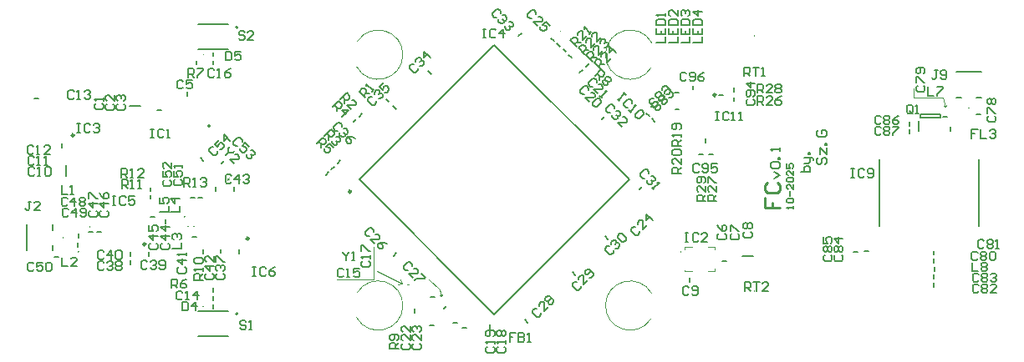
<source format=gto>
G04*
G04 #@! TF.GenerationSoftware,Altium Limited,Altium Designer,25.7.1 (20)*
G04*
G04 Layer_Color=65535*
%FSLAX44Y44*%
%MOMM*%
G71*
G04*
G04 #@! TF.SameCoordinates,0BC58763-356E-4A0F-A031-124E3283D0B1*
G04*
G04*
G04 #@! TF.FilePolarity,Positive*
G04*
G01*
G75*
%ADD10C,0.2000*%
%ADD11C,0.1000*%
%ADD12C,0.2500*%
%ADD13C,0.0500*%
%ADD14C,0.1270*%
%ADD15C,0.1500*%
%ADD16C,0.1400*%
%ADD17C,0.1800*%
%ADD18C,0.1700*%
%ADD19C,0.2540*%
D10*
X184500Y54000D02*
G03*
X184500Y56000I0J1000D01*
G01*
D02*
G03*
X184500Y54000I0J-1000D01*
G01*
X954180Y73470D02*
G03*
X954180Y73470I-310J0D01*
G01*
X213700Y155210D02*
G03*
X213700Y155210I-1000J0D01*
G01*
X204945Y1715D02*
G03*
X203531Y300I-707J-707D01*
G01*
D02*
G03*
X204945Y1715I707J707D01*
G01*
X169500Y-47000D02*
G03*
X169500Y-47000I-500J0D01*
G01*
X160099Y-36926D02*
G03*
X160099Y-36926I-500J0D01*
G01*
X213700Y-135790D02*
G03*
X213700Y-135790I-1000J0D01*
G01*
X163500Y-47000D02*
G03*
X163500Y-47000I-500J0D01*
G01*
X52250Y-72750D02*
G03*
X52250Y-72750I-500J0D01*
G01*
X64000Y-47500D02*
G03*
X64000Y-47500I-500J0D01*
G01*
X36590Y-58380D02*
G03*
X36590Y-58380I-310J0D01*
G01*
X104214Y74930D02*
X115214D01*
X941000Y110000D02*
X967000D01*
X941000Y84000D02*
X946390D01*
X961610D02*
X967000D01*
X903000Y50000D02*
Y60000D01*
X905000Y63500D02*
X925000D01*
Y66500D01*
X905000D02*
X925000D01*
X905000Y63500D02*
Y66500D01*
X863038Y-47000D02*
X863038Y21000D01*
X964038Y-47000D02*
Y21000D01*
X724821Y-77283D02*
X735821D01*
X337090Y500D02*
X473562Y-135972D01*
X610034Y500D01*
X473562Y136972D02*
X610034Y500D01*
X337090D02*
X473562Y136972D01*
X173750Y133000D02*
X203750D01*
X173750Y158000D02*
X203750D01*
X173750Y-133000D02*
X203750D01*
X173750Y-158000D02*
X203750D01*
X39467Y3936D02*
Y14936D01*
X25750Y-50640D02*
Y-45250D01*
Y-71250D02*
Y-65860D01*
X-250Y-71250D02*
Y-45250D01*
D11*
X386876Y-106248D02*
G03*
X385876Y-106248I-500J0D01*
G01*
D02*
G03*
X386876Y-106248I500J0D01*
G01*
X962000Y55000D02*
G03*
X963000Y55000I500J0D01*
G01*
D02*
G03*
X962000Y55000I-500J0D01*
G01*
X869538Y-72000D02*
G03*
X869538Y-73000I0J-500D01*
G01*
D02*
G03*
X869538Y-72000I0J500D01*
G01*
X736750Y146700D02*
G03*
X736750Y145700I0J-500D01*
G01*
D02*
G03*
X736750Y146700I0J500D01*
G01*
X736778Y-111828D02*
G03*
X736778Y-112828I0J-500D01*
G01*
D02*
G03*
X736778Y-111828I0J500D01*
G01*
X662492Y-73188D02*
G03*
X662492Y-72188I0J500D01*
G01*
D02*
G03*
X662492Y-73188I0J-500D01*
G01*
X632632Y74083D02*
G03*
X631925Y74790I-353J353D01*
G01*
D02*
G03*
X632632Y74083I353J-353D01*
G01*
X178250Y127750D02*
G03*
X179250Y127750I500J0D01*
G01*
D02*
G03*
X178250Y127750I-500J0D01*
G01*
X179250Y-128250D02*
G03*
X178250Y-128250I-500J0D01*
G01*
D02*
G03*
X179250Y-128250I500J0D01*
G01*
X632876Y-115177D02*
G03*
X632222Y-140568I-21854J-12141D01*
G01*
X632876Y139463D02*
G03*
X632222Y114072I-21854J-12141D01*
G01*
X333958Y115181D02*
G03*
X334612Y140572I21854J12141D01*
G01*
X333958Y-139459D02*
G03*
X334612Y-114068I21854J12141D01*
G01*
X928500Y75500D02*
X930500Y74500D01*
X931500Y76500D01*
X930500Y74500D02*
X931500Y76500D01*
X927500Y83500D02*
X930500Y74500D01*
X898500Y83500D02*
X927500D01*
X898500D02*
Y93500D01*
X696492Y-92688D02*
Y-90188D01*
X689492Y-92688D02*
X696492D01*
X666492D02*
X673492D01*
X666492D02*
Y-91188D01*
X696492Y-70188D02*
Y-67688D01*
X689492D02*
X696492D01*
X666492D02*
X673492D01*
X666492Y-70188D02*
Y-67688D01*
X418000Y-117000D02*
X420000Y-118000D01*
X421000Y-116000D01*
X420000Y-118000D02*
X421000Y-116000D01*
X418000Y-111000D02*
X420000Y-118000D01*
X407000Y-101000D02*
X418000Y-111000D01*
X376000Y-106000D02*
X380000Y-105000D01*
X378000Y-101000D02*
X380000Y-105000D01*
X378000Y-101000D02*
X380000Y-105000D01*
X355000Y-92000D02*
X380000Y-105000D01*
X351000Y-101000D02*
Y-68000D01*
X314000Y-101000D02*
X351000D01*
D12*
X697750Y86500D02*
G03*
X697750Y86500I-1250J0D01*
G01*
X328264Y-11698D02*
G03*
X328264Y-11698I-1250J0D01*
G01*
X224750Y-59250D02*
G03*
X224750Y-59250I-1250J0D01*
G01*
X120250Y-65000D02*
G03*
X120250Y-65000I-1250J0D01*
G01*
X47824Y45608D02*
G03*
X47824Y45608I-1250J0D01*
G01*
D13*
X540750Y151000D02*
G03*
X540750Y151500I0J250D01*
G01*
D02*
G03*
X540750Y151000I0J-250D01*
G01*
X559417D02*
G03*
X559417Y151500I0J250D01*
G01*
D02*
G03*
X559417Y151000I0J-250D01*
G01*
X578083D02*
G03*
X578083Y151500I0J250D01*
G01*
D02*
G03*
X578083Y151000I0J-250D01*
G01*
X596750D02*
G03*
X596750Y151500I0J250D01*
G01*
D02*
G03*
X596750Y151000I0J-250D01*
G01*
X468832Y-150272D02*
Y-147272D01*
D14*
X132307Y70957D02*
X136307D01*
X408977Y-118238D02*
X412977D01*
X392529Y-130653D02*
X392529Y-134653D01*
X105250Y-77000D02*
Y-73000D01*
X962000Y67000D02*
X966000D01*
X928121Y64144D02*
X932121D01*
X935000Y54000D02*
X935000Y50000D01*
X894180Y55350D02*
X894180Y59350D01*
X894180Y47350D02*
X894180Y51350D01*
X918769Y-75649D02*
Y-71649D01*
Y-83649D02*
Y-79649D01*
X919000Y-92000D02*
Y-88000D01*
X918839Y-108084D02*
X918839Y-104084D01*
X848050Y-72226D02*
X852050D01*
X837500Y-72500D02*
X841500Y-72500D01*
X701301Y86528D02*
X705301D01*
X716250Y89750D02*
Y93750D01*
X716000Y80000D02*
Y84000D01*
X674429Y91943D02*
Y95943D01*
X656250Y89250D02*
X660250D01*
X656500Y72000D02*
X660500D01*
X627554Y67989D02*
X630382Y65161D01*
X633292Y62456D02*
X636120Y59627D01*
X687500Y38000D02*
Y42000D01*
X680500Y26500D02*
X684500D01*
X690750D02*
X694750D01*
X704577Y-81964D02*
X708577D01*
X671397Y-103150D02*
Y-99150D01*
X530855Y144191D02*
X533684Y141363D01*
X536990Y138453D02*
X539819Y135624D01*
X498013Y146379D02*
X500841Y149207D01*
X543110Y133084D02*
X545938Y130256D01*
X548908Y127126D02*
X551736Y124297D01*
X566586Y115336D02*
X569414Y118164D01*
X559836Y109086D02*
X562664Y111914D01*
X582447Y61585D02*
X585275Y64414D01*
X620586Y-9414D02*
X623414Y-6586D01*
X585588Y-57071D02*
X588417Y-59900D01*
X552509Y-93461D02*
X555338Y-96290D01*
X431472Y-144454D02*
X435472D01*
X407821Y-147436D02*
X411821D01*
X441000Y-149500D02*
X445000D01*
X504118Y-141692D02*
X506947Y-144521D01*
X468832Y-150772D02*
Y-146772D01*
X422285Y-130408D02*
X425113Y-127580D01*
X188750Y117250D02*
Y121250D01*
Y125750D02*
Y129750D01*
X172000Y117250D02*
Y121250D01*
X162150Y85328D02*
Y89328D01*
X173641Y-17750D02*
X177641D01*
X214750Y-74250D02*
Y-70250D01*
X165891Y-17750D02*
X169891D01*
X190973Y-10772D02*
Y-6772D01*
X175836Y22664D02*
X178664Y19836D01*
X197167Y16917D02*
X199996Y19746D01*
X167707Y-57575D02*
X171707D01*
X196325Y-74043D02*
Y-70043D01*
X178250Y-74500D02*
Y-70500D01*
X188750Y-113500D02*
Y-109500D01*
Y-122000D02*
Y-118000D01*
Y-130250D02*
Y-126250D01*
X124932Y-18938D02*
Y-14938D01*
Y-11318D02*
Y-7318D01*
X140250Y-44250D02*
Y-40250D01*
X125000Y-37000D02*
X129000D01*
X123434Y-77177D02*
Y-73177D01*
X105183Y-85323D02*
Y-81322D01*
X71000Y-52500D02*
X75000D01*
X62750Y-52500D02*
X66750D01*
X51748Y-67851D02*
Y-63851D01*
X51998Y-58601D02*
X51998Y-54601D01*
X27750Y-78000D02*
X31750D01*
X35426Y37270D02*
X35426Y33270D01*
X7750Y82750D02*
X11750D01*
X210232Y-10879D02*
Y-6879D01*
X406612Y110484D02*
X409440Y107655D01*
X363656Y82159D02*
X366485Y79330D01*
X371003Y75151D02*
X373831Y72323D01*
X336701Y64473D02*
X339530Y67301D01*
X330989Y58934D02*
X333817Y61762D01*
X314405Y17044D02*
X317234Y19872D01*
X302586Y5336D02*
X305414Y8164D01*
X308461Y11082D02*
X311289Y13910D01*
X371155Y-76752D02*
X373983Y-73924D01*
X918839Y-100084D02*
X918839Y-96084D01*
D15*
X92120Y77278D02*
X90620Y75778D01*
Y72779D01*
X92120Y71280D01*
X98118D01*
X99618Y72779D01*
Y75778D01*
X98118Y77278D01*
X92120Y80277D02*
X90620Y81776D01*
Y84775D01*
X92120Y86275D01*
X93619D01*
X95119Y84775D01*
Y83276D01*
Y84775D01*
X96619Y86275D01*
X98118D01*
X99618Y84775D01*
Y81776D01*
X98118Y80277D01*
X81120Y77278D02*
X79620Y75778D01*
Y72779D01*
X81120Y71280D01*
X87118D01*
X88618Y72779D01*
Y75778D01*
X87118Y77278D01*
X88618Y86275D02*
Y80277D01*
X82620Y86275D01*
X81120D01*
X79620Y84775D01*
Y81776D01*
X81120Y80277D01*
X70120Y77777D02*
X68621Y76278D01*
Y73279D01*
X70120Y71779D01*
X76118D01*
X77618Y73279D01*
Y76278D01*
X76118Y77777D01*
X77618Y80776D02*
Y83775D01*
Y82276D01*
X68621D01*
X70120Y80776D01*
X580698Y113336D02*
X574337Y119698D01*
X577518Y122879D01*
X579638D01*
X581759Y120759D01*
Y118638D01*
X578578Y115457D01*
X580698Y117578D02*
X584940D01*
X591302Y123940D02*
X587060Y119698D01*
Y128181D01*
X586000Y129241D01*
X583879D01*
X581759Y127121D01*
Y125000D01*
X596603Y129241D02*
X590241Y135603D01*
Y129241D01*
X594482Y133483D01*
X572855Y120570D02*
X566493Y126932D01*
X569674Y130113D01*
X571794D01*
X573915Y127992D01*
Y125871D01*
X570734Y122690D01*
X572855Y124811D02*
X577096D01*
X583458Y131173D02*
X579216Y126932D01*
Y135414D01*
X578156Y136475D01*
X576035D01*
X573915Y134354D01*
Y132233D01*
X580277Y138595D02*
Y140716D01*
X582397Y142836D01*
X584518D01*
X585578Y141776D01*
Y139655D01*
X584518Y138595D01*
X585578Y139655D01*
X587699D01*
X588759Y138595D01*
Y136475D01*
X586639Y134354D01*
X584518D01*
X674878Y139398D02*
X683875D01*
Y145396D01*
X674878Y154393D02*
Y148395D01*
X683875D01*
Y154393D01*
X679377Y148395D02*
Y151394D01*
X674878Y157392D02*
X683875D01*
Y161891D01*
X682376Y163390D01*
X676378D01*
X674878Y161891D01*
Y157392D01*
X683875Y170888D02*
X674878D01*
X679377Y166390D01*
Y172388D01*
X662473Y139398D02*
X671470D01*
Y145396D01*
X662473Y154393D02*
Y148395D01*
X671470D01*
Y154393D01*
X666972Y148395D02*
Y151394D01*
X662473Y157392D02*
X671470D01*
Y161891D01*
X669971Y163390D01*
X663973D01*
X662473Y161891D01*
Y157392D01*
X663973Y166390D02*
X662473Y167889D01*
Y170888D01*
X663973Y172388D01*
X665472D01*
X666972Y170888D01*
Y169389D01*
Y170888D01*
X668471Y172388D01*
X669971D01*
X671470Y170888D01*
Y167889D01*
X669971Y166390D01*
X650068Y139398D02*
X659065D01*
Y145396D01*
X650068Y154393D02*
Y148395D01*
X659065D01*
Y154393D01*
X654567Y148395D02*
Y151394D01*
X650068Y157392D02*
X659065D01*
Y161891D01*
X657566Y163390D01*
X651568D01*
X650068Y161891D01*
Y157392D01*
X659065Y172388D02*
Y166389D01*
X653067Y172388D01*
X651568D01*
X650068Y170888D01*
Y167889D01*
X651568Y166389D01*
X637663Y139398D02*
X646660D01*
Y145396D01*
X637663Y154393D02*
Y148395D01*
X646660D01*
Y154393D01*
X642162Y148395D02*
Y151394D01*
X637663Y157392D02*
X646660D01*
Y161891D01*
X645161Y163390D01*
X639163D01*
X637663Y161891D01*
Y157392D01*
X646660Y166390D02*
Y169389D01*
Y167889D01*
X637663D01*
X639163Y166390D01*
X576940Y99302D02*
Y101422D01*
X574819Y103543D01*
X572698D01*
X568457Y99302D01*
Y97181D01*
X570578Y95060D01*
X572698D01*
X578000Y87638D02*
X573759Y91879D01*
X582241D01*
X583302Y92940D01*
Y95060D01*
X581181Y97181D01*
X579060D01*
X580121Y85518D02*
X582241Y83397D01*
X581181Y84457D01*
X587543Y90819D01*
X585422D01*
X727004Y-112499D02*
Y-103502D01*
X731502D01*
X733002Y-105001D01*
Y-108000D01*
X731502Y-109500D01*
X727004D01*
X730003D02*
X733002Y-112499D01*
X736001Y-103502D02*
X741999D01*
X739000D01*
Y-112499D01*
X750996D02*
X744998D01*
X750996Y-106501D01*
Y-105001D01*
X749497Y-103502D01*
X746498D01*
X744998Y-105001D01*
X726503Y105501D02*
Y114499D01*
X731002D01*
X732502Y112999D01*
Y110000D01*
X731002Y108500D01*
X726503D01*
X729502D02*
X732502Y105501D01*
X735500Y114499D02*
X741498D01*
X738500D01*
Y105501D01*
X744498D02*
X747497D01*
X745997D01*
Y114499D01*
X744498Y112999D01*
X687498Y-20996D02*
X678501D01*
Y-16498D01*
X680001Y-14998D01*
X683000D01*
X684500Y-16498D01*
Y-20996D01*
Y-17997D02*
X687498Y-14998D01*
Y-6001D02*
Y-11999D01*
X681500Y-6001D01*
X680001D01*
X678501Y-7501D01*
Y-10500D01*
X680001Y-11999D01*
X685999Y-3002D02*
X687498Y-1502D01*
Y1497D01*
X685999Y2996D01*
X680001D01*
X678501Y1497D01*
Y-1502D01*
X680001Y-3002D01*
X681500D01*
X683000Y-1502D01*
Y2996D01*
X740004Y88501D02*
Y97499D01*
X744502D01*
X746002Y95999D01*
Y93000D01*
X744502Y91501D01*
X740004D01*
X743003D02*
X746002Y88501D01*
X754999D02*
X749001D01*
X754999Y94500D01*
Y95999D01*
X753500Y97499D01*
X750500D01*
X749001Y95999D01*
X757998D02*
X759498Y97499D01*
X762497D01*
X763996Y95999D01*
Y94500D01*
X762497Y93000D01*
X763996Y91501D01*
Y90001D01*
X762497Y88501D01*
X759498D01*
X757998Y90001D01*
Y91501D01*
X759498Y93000D01*
X757998Y94500D01*
Y95999D01*
X759498Y93000D02*
X762497D01*
X698499Y-20996D02*
X689501D01*
Y-16498D01*
X691001Y-14998D01*
X694000D01*
X695499Y-16498D01*
Y-20996D01*
Y-17997D02*
X698499Y-14998D01*
Y-6001D02*
Y-11999D01*
X692500Y-6001D01*
X691001D01*
X689501Y-7501D01*
Y-10500D01*
X691001Y-11999D01*
X689501Y-3002D02*
Y2996D01*
X691001D01*
X696999Y-3002D01*
X698499D01*
X740004Y76501D02*
Y85499D01*
X744502D01*
X746002Y83999D01*
Y81000D01*
X744502Y79500D01*
X740004D01*
X743003D02*
X746002Y76501D01*
X754999D02*
X749001D01*
X754999Y82500D01*
Y83999D01*
X753500Y85499D01*
X750500D01*
X749001Y83999D01*
X763996Y85499D02*
X760997Y83999D01*
X757998Y81000D01*
Y78001D01*
X759498Y76501D01*
X762497D01*
X763996Y78001D01*
Y79500D01*
X762497Y81000D01*
X757998D01*
X697504Y69499D02*
X700503D01*
X699004D01*
Y60501D01*
X697504D01*
X700503D01*
X711000Y67999D02*
X709501Y69499D01*
X706501D01*
X705002Y67999D01*
Y62001D01*
X706501Y60501D01*
X709501D01*
X711000Y62001D01*
X713999Y60501D02*
X716998D01*
X715499D01*
Y69499D01*
X713999Y67999D01*
X721497Y60501D02*
X724496D01*
X722996D01*
Y69499D01*
X721497Y67999D01*
X668002Y107999D02*
X666502Y109499D01*
X663503D01*
X662004Y107999D01*
Y102001D01*
X663503Y100501D01*
X666502D01*
X668002Y102001D01*
X671001D02*
X672501Y100501D01*
X675499D01*
X676999Y102001D01*
Y107999D01*
X675499Y109499D01*
X672501D01*
X671001Y107999D01*
Y106500D01*
X672501Y105000D01*
X676999D01*
X685996Y109499D02*
X682997Y107999D01*
X679998Y105000D01*
Y102001D01*
X681498Y100501D01*
X684497D01*
X685996Y102001D01*
Y103500D01*
X684497Y105000D01*
X679998D01*
X220501Y149999D02*
X219001Y151499D01*
X216002D01*
X214502Y149999D01*
Y148499D01*
X216002Y147000D01*
X219001D01*
X220501Y145500D01*
Y144001D01*
X219001Y142501D01*
X216002D01*
X214502Y144001D01*
X229498Y142501D02*
X223500D01*
X229498Y148499D01*
Y149999D01*
X227998Y151499D01*
X224999D01*
X223500Y149999D01*
X163502Y104501D02*
Y113499D01*
X168001D01*
X169501Y111999D01*
Y109000D01*
X168001Y107500D01*
X163502D01*
X166501D02*
X169501Y104501D01*
X172500Y113499D02*
X178498D01*
Y111999D01*
X172500Y106001D01*
Y104501D01*
X201502Y130499D02*
Y121502D01*
X206001D01*
X207500Y123001D01*
Y128999D01*
X206001Y130499D01*
X201502D01*
X216498D02*
X210499D01*
Y126000D01*
X213498Y127500D01*
X214998D01*
X216498Y126000D01*
Y123001D01*
X214998Y121502D01*
X211999D01*
X210499Y123001D01*
X157502Y-123502D02*
Y-132499D01*
X162001D01*
X163500Y-130999D01*
Y-125001D01*
X162001Y-123502D01*
X157502D01*
X170998Y-132499D02*
Y-123502D01*
X166500Y-128000D01*
X172498D01*
X189752Y111999D02*
X188252Y113499D01*
X185253D01*
X183754Y111999D01*
Y106001D01*
X185253Y104501D01*
X188252D01*
X189752Y106001D01*
X192751Y104501D02*
X195750D01*
X194250D01*
Y113499D01*
X192751Y111999D01*
X206246Y113499D02*
X203247Y111999D01*
X200248Y109000D01*
Y106001D01*
X201748Y104501D01*
X204747D01*
X206246Y106001D01*
Y107500D01*
X204747Y109000D01*
X200248D01*
X222000Y-144001D02*
X220501Y-142501D01*
X217501D01*
X216002Y-144001D01*
Y-145500D01*
X217501Y-147000D01*
X220501D01*
X222000Y-148499D01*
Y-149999D01*
X220501Y-151499D01*
X217501D01*
X216002Y-149999D01*
X224999Y-151499D02*
X227998D01*
X226499D01*
Y-142501D01*
X224999Y-144001D01*
X564821Y127790D02*
X558459Y134151D01*
X561640Y137332D01*
X563760D01*
X565881Y135212D01*
Y133091D01*
X562700Y129910D01*
X564821Y132031D02*
X569062D01*
X575424Y138393D02*
X571182Y134151D01*
Y142634D01*
X570122Y143694D01*
X568002D01*
X565881Y141574D01*
Y139453D01*
X581786Y144755D02*
X577544Y140513D01*
Y148996D01*
X576484Y150056D01*
X574363D01*
X572243Y147936D01*
Y145815D01*
X556815Y135581D02*
X550453Y141943D01*
X553634Y145124D01*
X555755D01*
X557876Y143003D01*
Y140883D01*
X554695Y137702D01*
X556815Y139822D02*
X561057D01*
X567419Y146184D02*
X563177Y141943D01*
Y150426D01*
X562117Y151486D01*
X559996D01*
X557876Y149365D01*
Y147245D01*
X569539Y148305D02*
X571660Y150426D01*
X570600Y149365D01*
X564238Y155727D01*
Y153607D01*
X662498Y7004D02*
X653501D01*
Y11502D01*
X655001Y13002D01*
X658000D01*
X659500Y11502D01*
Y7004D01*
Y10003D02*
X662498Y13002D01*
Y21999D02*
Y16001D01*
X656500Y21999D01*
X655001D01*
X653501Y20499D01*
Y17500D01*
X655001Y16001D01*
Y24998D02*
X653501Y26498D01*
Y29497D01*
X655001Y30996D01*
X660999D01*
X662498Y29497D01*
Y26498D01*
X660999Y24998D01*
X655001D01*
X662498Y34754D02*
X653502D01*
Y39252D01*
X655001Y40752D01*
X658000D01*
X659500Y39252D01*
Y34754D01*
Y37753D02*
X662498Y40752D01*
Y43751D02*
Y46750D01*
Y45250D01*
X653502D01*
X655001Y43751D01*
X660999Y51248D02*
X662498Y52748D01*
Y55747D01*
X660999Y57246D01*
X655001D01*
X653502Y55747D01*
Y52748D01*
X655001Y51248D01*
X656500D01*
X658000Y52748D01*
Y57246D01*
X146502Y-109499D02*
Y-100501D01*
X151001D01*
X152500Y-102001D01*
Y-105000D01*
X151001Y-106500D01*
X146502D01*
X149501D02*
X152500Y-109499D01*
X161498Y-100501D02*
X158498Y-102001D01*
X155499Y-105000D01*
Y-107999D01*
X156999Y-109499D01*
X159998D01*
X161498Y-107999D01*
Y-106500D01*
X159998Y-105000D01*
X155499D01*
X309517Y74121D02*
X315879Y80483D01*
X319060Y77302D01*
Y75181D01*
X316940Y73060D01*
X314819D01*
X311638Y76241D01*
X313759Y74121D02*
Y69879D01*
X319060Y64578D02*
X325422Y70940D01*
X319060D01*
X323302Y66698D01*
X317518Y82121D02*
X323879Y88483D01*
X327060Y85302D01*
Y83181D01*
X324940Y81060D01*
X322819D01*
X319638Y84241D01*
X321759Y82121D02*
Y77879D01*
X328121Y71518D02*
X323879Y75759D01*
X332362D01*
X333422Y76819D01*
Y78940D01*
X331302Y81060D01*
X329181D01*
X342940Y83578D02*
X336578Y89940D01*
X339759Y93121D01*
X341879D01*
X344000Y91000D01*
Y88879D01*
X340819Y85698D01*
X342940Y87819D02*
X347181D01*
X349302Y89940D02*
X351422Y92060D01*
X350362Y91000D01*
X344000Y97362D01*
Y95241D01*
X897000Y69001D02*
Y74999D01*
X895500Y76499D01*
X892502D01*
X891002Y74999D01*
Y69001D01*
X892502Y67502D01*
X895500D01*
X894001Y70500D02*
X897000Y67502D01*
X895500D02*
X897000Y69001D01*
X899999Y67502D02*
X902998D01*
X901499D01*
Y76499D01*
X899999Y74999D01*
X957502Y-83502D02*
Y-92499D01*
X963501D01*
X966499Y-85001D02*
X967999Y-83502D01*
X970998D01*
X972498Y-85001D01*
Y-86501D01*
X970998Y-88000D01*
X972498Y-89500D01*
Y-90999D01*
X970998Y-92499D01*
X967999D01*
X966499Y-90999D01*
Y-89500D01*
X967999Y-88000D01*
X966499Y-86501D01*
Y-85001D01*
X967999Y-88000D02*
X970998D01*
X912502Y94499D02*
Y85501D01*
X918501D01*
X921499Y94499D02*
X927498D01*
Y92999D01*
X921499Y87001D01*
Y85501D01*
X922501Y111498D02*
X919501D01*
X921001D01*
Y104001D01*
X919501Y102501D01*
X918002D01*
X916502Y104001D01*
X925499D02*
X926999Y102501D01*
X929998D01*
X931498Y104001D01*
Y109999D01*
X929998Y111498D01*
X926999D01*
X925499Y109999D01*
Y108499D01*
X926999Y107000D01*
X931498D01*
X604578Y88784D02*
X606698Y86664D01*
X605638Y87724D01*
X599276Y81362D01*
X598216Y82422D01*
X600336Y80302D01*
X613060Y78181D02*
Y80302D01*
X610940Y82422D01*
X608819D01*
X604578Y78181D01*
Y76060D01*
X606698Y73940D01*
X608819D01*
X609879Y70759D02*
X612000Y68638D01*
X610940Y69698D01*
X617302Y76060D01*
X615181D01*
X620483Y70759D02*
X622603D01*
X624724Y68638D01*
Y66517D01*
X620483Y62276D01*
X618362D01*
X616241Y64397D01*
Y66517D01*
X620483Y70759D01*
X834754Y11499D02*
X837753D01*
X836253D01*
Y2501D01*
X834754D01*
X837753D01*
X848249Y9999D02*
X846750Y11499D01*
X843751D01*
X842251Y9999D01*
Y4001D01*
X843751Y2501D01*
X846750D01*
X848249Y4001D01*
X851248D02*
X852748Y2501D01*
X855747D01*
X857246Y4001D01*
Y9999D01*
X855747Y11499D01*
X852748D01*
X851248Y9999D01*
Y8500D01*
X852748Y7000D01*
X857246D01*
X50754Y57498D02*
X53753D01*
X52253D01*
Y48502D01*
X50754D01*
X53753D01*
X64249Y55999D02*
X62750Y57498D01*
X59751D01*
X58251Y55999D01*
Y50001D01*
X59751Y48502D01*
X62750D01*
X64249Y50001D01*
X67248Y55999D02*
X68748Y57498D01*
X71747D01*
X73246Y55999D01*
Y54500D01*
X71747Y53000D01*
X70247D01*
X71747D01*
X73246Y51501D01*
Y50001D01*
X71747Y48502D01*
X68748D01*
X67248Y50001D01*
X666754Y-53502D02*
X669753D01*
X668253D01*
Y-62499D01*
X666754D01*
X669753D01*
X680249Y-55001D02*
X678750Y-53502D01*
X675751D01*
X674251Y-55001D01*
Y-60999D01*
X675751Y-62499D01*
X678750D01*
X680249Y-60999D01*
X689246Y-62499D02*
X683248D01*
X689246Y-56501D01*
Y-55001D01*
X687747Y-53502D01*
X684748D01*
X683248Y-55001D01*
X125253Y51999D02*
X128252D01*
X126753D01*
Y43001D01*
X125253D01*
X128252D01*
X138749Y50499D02*
X137249Y51999D01*
X134250D01*
X132751Y50499D01*
Y44501D01*
X134250Y43001D01*
X137249D01*
X138749Y44501D01*
X141748Y43001D02*
X144747D01*
X143247D01*
Y51999D01*
X141748Y50499D01*
X963002Y51499D02*
X957004D01*
Y47000D01*
X960003D01*
X957004D01*
Y42502D01*
X966001Y51499D02*
Y42502D01*
X971999D01*
X974998Y49999D02*
X976498Y51499D01*
X979497D01*
X980996Y49999D01*
Y48499D01*
X979497Y47000D01*
X977997D01*
X979497D01*
X980996Y45500D01*
Y44001D01*
X979497Y42502D01*
X976498D01*
X974998Y44001D01*
X681002Y14999D02*
X679502Y16499D01*
X676503D01*
X675004Y14999D01*
Y9001D01*
X676503Y7502D01*
X679502D01*
X681002Y9001D01*
X684001D02*
X685500Y7502D01*
X688500D01*
X689999Y9001D01*
Y14999D01*
X688500Y16499D01*
X685500D01*
X684001Y14999D01*
Y13499D01*
X685500Y12000D01*
X689999D01*
X698996Y16499D02*
X692998D01*
Y12000D01*
X695997Y13499D01*
X697497D01*
X698996Y12000D01*
Y9001D01*
X697497Y7502D01*
X694498D01*
X692998Y9001D01*
X730001Y82002D02*
X728501Y80503D01*
Y77503D01*
X730001Y76004D01*
X735999D01*
X737498Y77503D01*
Y80503D01*
X735999Y82002D01*
Y85001D02*
X737498Y86501D01*
Y89500D01*
X735999Y90999D01*
X730001D01*
X728501Y89500D01*
Y86501D01*
X730001Y85001D01*
X731500D01*
X733000Y86501D01*
Y90999D01*
X737498Y98497D02*
X728501D01*
X733000Y93998D01*
Y99996D01*
X647565Y87260D02*
X649686D01*
X651806Y89381D01*
Y91501D01*
X647565Y95743D01*
X645444D01*
X643324Y93622D01*
Y91501D01*
X645444Y85139D02*
Y83019D01*
X643324Y80898D01*
X641203D01*
X640143Y81958D01*
Y84079D01*
X638022D01*
X636962Y85139D01*
Y87260D01*
X639082Y89381D01*
X641203D01*
X642263Y88320D01*
Y86200D01*
X644384D01*
X645444Y85139D01*
X642263Y86200D02*
X640143Y84079D01*
X634841Y83019D02*
X632720D01*
X630600Y80898D01*
Y78777D01*
X634841Y74536D01*
X636962D01*
X639082Y76657D01*
Y78777D01*
X638022Y79838D01*
X635901D01*
X632720Y76657D01*
X650476Y83553D02*
X652597D01*
X654717Y85674D01*
Y87794D01*
X650476Y92036D01*
X648355D01*
X646235Y89915D01*
Y87794D01*
X648355Y81433D02*
Y79312D01*
X646235Y77191D01*
X644114D01*
X643054Y78252D01*
Y80372D01*
X640933D01*
X639873Y81433D01*
Y83553D01*
X641994Y85674D01*
X644114D01*
X645174Y84613D01*
Y82493D01*
X647295D01*
X648355Y81433D01*
X645174Y82493D02*
X643054Y80372D01*
X641994Y75071D02*
Y72950D01*
X639873Y70829D01*
X637752D01*
X636692Y71890D01*
Y74010D01*
X634571D01*
X633511Y75071D01*
Y77191D01*
X635632Y79312D01*
X637752D01*
X638813Y78252D01*
Y76131D01*
X640933D01*
X641994Y75071D01*
X638813Y76131D02*
X636692Y74010D01*
X865002Y52999D02*
X863502Y54499D01*
X860503D01*
X859004Y52999D01*
Y47001D01*
X860503Y45501D01*
X863502D01*
X865002Y47001D01*
X868001Y52999D02*
X869501Y54499D01*
X872499D01*
X873999Y52999D01*
Y51500D01*
X872499Y50000D01*
X873999Y48500D01*
Y47001D01*
X872499Y45501D01*
X869501D01*
X868001Y47001D01*
Y48500D01*
X869501Y50000D01*
X868001Y51500D01*
Y52999D01*
X869501Y50000D02*
X872499D01*
X876998Y54499D02*
X882996D01*
Y52999D01*
X876998Y47001D01*
Y45501D01*
X865002Y63999D02*
X863502Y65498D01*
X860503D01*
X859004Y63999D01*
Y58001D01*
X860503Y56501D01*
X863502D01*
X865002Y58001D01*
X868001Y63999D02*
X869501Y65498D01*
X872499D01*
X873999Y63999D01*
Y62499D01*
X872499Y61000D01*
X873999Y59500D01*
Y58001D01*
X872499Y56501D01*
X869501D01*
X868001Y58001D01*
Y59500D01*
X869501Y61000D01*
X868001Y62499D01*
Y63999D01*
X869501Y61000D02*
X872499D01*
X882996Y65498D02*
X879997Y63999D01*
X876998Y61000D01*
Y58001D01*
X878498Y56501D01*
X881497D01*
X882996Y58001D01*
Y59500D01*
X881497Y61000D01*
X876998D01*
X808001Y-75998D02*
X806501Y-77498D01*
Y-80497D01*
X808001Y-81996D01*
X813999D01*
X815499Y-80497D01*
Y-77498D01*
X813999Y-75998D01*
X808001Y-72999D02*
X806501Y-71500D01*
Y-68500D01*
X808001Y-67001D01*
X809501D01*
X811000Y-68500D01*
X812499Y-67001D01*
X813999D01*
X815499Y-68500D01*
Y-71500D01*
X813999Y-72999D01*
X812499D01*
X811000Y-71500D01*
X809501Y-72999D01*
X808001D01*
X811000Y-71500D02*
Y-68500D01*
X806501Y-58004D02*
Y-64002D01*
X811000D01*
X809501Y-61003D01*
Y-59503D01*
X811000Y-58004D01*
X813999D01*
X815499Y-59503D01*
Y-62502D01*
X813999Y-64002D01*
X819001Y-75998D02*
X817501Y-77498D01*
Y-80497D01*
X819001Y-81996D01*
X824999D01*
X826498Y-80497D01*
Y-77498D01*
X824999Y-75998D01*
X819001Y-72999D02*
X817501Y-71500D01*
Y-68500D01*
X819001Y-67001D01*
X820500D01*
X822000Y-68500D01*
X823500Y-67001D01*
X824999D01*
X826498Y-68500D01*
Y-71500D01*
X824999Y-72999D01*
X823500D01*
X822000Y-71500D01*
X820500Y-72999D01*
X819001D01*
X822000Y-71500D02*
Y-68500D01*
X826498Y-59503D02*
X817501D01*
X822000Y-64002D01*
Y-58004D01*
X964002Y-96001D02*
X962502Y-94501D01*
X959503D01*
X958004Y-96001D01*
Y-101999D01*
X959503Y-103498D01*
X962502D01*
X964002Y-101999D01*
X967001Y-96001D02*
X968501Y-94501D01*
X971499D01*
X972999Y-96001D01*
Y-97500D01*
X971499Y-99000D01*
X972999Y-100499D01*
Y-101999D01*
X971499Y-103498D01*
X968501D01*
X967001Y-101999D01*
Y-100499D01*
X968501Y-99000D01*
X967001Y-97500D01*
Y-96001D01*
X968501Y-99000D02*
X971499D01*
X975998Y-96001D02*
X977498Y-94501D01*
X980497D01*
X981996Y-96001D01*
Y-97500D01*
X980497Y-99000D01*
X978997D01*
X980497D01*
X981996Y-100499D01*
Y-101999D01*
X980497Y-103498D01*
X977498D01*
X975998Y-101999D01*
X964002Y-107001D02*
X962502Y-105501D01*
X959503D01*
X958004Y-107001D01*
Y-112999D01*
X959503Y-114499D01*
X962502D01*
X964002Y-112999D01*
X967001Y-107001D02*
X968501Y-105501D01*
X971499D01*
X972999Y-107001D01*
Y-108500D01*
X971499Y-110000D01*
X972999Y-111500D01*
Y-112999D01*
X971499Y-114499D01*
X968501D01*
X967001Y-112999D01*
Y-111500D01*
X968501Y-110000D01*
X967001Y-108500D01*
Y-107001D01*
X968501Y-110000D02*
X971499D01*
X981996Y-114499D02*
X975998D01*
X981996Y-108500D01*
Y-107001D01*
X980497Y-105501D01*
X977498D01*
X975998Y-107001D01*
X969501Y-62001D02*
X968002Y-60501D01*
X965003D01*
X963503Y-62001D01*
Y-67999D01*
X965003Y-69499D01*
X968002D01*
X969501Y-67999D01*
X972501Y-62001D02*
X974000Y-60501D01*
X976999D01*
X978499Y-62001D01*
Y-63500D01*
X976999Y-65000D01*
X978499Y-66500D01*
Y-67999D01*
X976999Y-69499D01*
X974000D01*
X972501Y-67999D01*
Y-66500D01*
X974000Y-65000D01*
X972501Y-63500D01*
Y-62001D01*
X974000Y-65000D02*
X976999D01*
X981498Y-69499D02*
X984497D01*
X982997D01*
Y-60501D01*
X981498Y-62001D01*
X963002Y-74001D02*
X961502Y-72502D01*
X958503D01*
X957004Y-74001D01*
Y-79999D01*
X958503Y-81498D01*
X961502D01*
X963002Y-79999D01*
X966001Y-74001D02*
X967501Y-72502D01*
X970499D01*
X971999Y-74001D01*
Y-75500D01*
X970499Y-77000D01*
X971999Y-78499D01*
Y-79999D01*
X970499Y-81498D01*
X967501D01*
X966001Y-79999D01*
Y-78499D01*
X967501Y-77000D01*
X966001Y-75500D01*
Y-74001D01*
X967501Y-77000D02*
X970499D01*
X974998Y-74001D02*
X976498Y-72502D01*
X979497D01*
X980996Y-74001D01*
Y-79999D01*
X979497Y-81498D01*
X976498D01*
X974998Y-79999D01*
Y-74001D01*
X902001Y96002D02*
X900501Y94502D01*
Y91503D01*
X902001Y90004D01*
X907999D01*
X909499Y91503D01*
Y94502D01*
X907999Y96002D01*
X900501Y99001D02*
Y104999D01*
X902001D01*
X907999Y99001D01*
X909499D01*
X907999Y107998D02*
X909499Y109497D01*
Y112497D01*
X907999Y113996D01*
X902001D01*
X900501Y112497D01*
Y109497D01*
X902001Y107998D01*
X903501D01*
X905000Y109497D01*
Y113996D01*
X974001Y65002D02*
X972501Y63502D01*
Y60503D01*
X974001Y59004D01*
X979999D01*
X981498Y60503D01*
Y63502D01*
X979999Y65002D01*
X972501Y68001D02*
Y73999D01*
X974001D01*
X979999Y68001D01*
X981498D01*
X974001Y76998D02*
X972501Y78498D01*
Y81497D01*
X974001Y82996D01*
X975500D01*
X977000Y81497D01*
X978500Y82996D01*
X979999D01*
X981498Y81497D01*
Y78498D01*
X979999Y76998D01*
X978500D01*
X977000Y78498D01*
X975500Y76998D01*
X974001D01*
X977000Y78498D02*
Y81497D01*
X157752Y-114001D02*
X156252Y-112501D01*
X153253D01*
X151754Y-114001D01*
Y-119999D01*
X153253Y-121498D01*
X156252D01*
X157752Y-119999D01*
X160751Y-121498D02*
X163750D01*
X162250D01*
Y-112501D01*
X160751Y-114001D01*
X172747Y-121498D02*
Y-112501D01*
X168248Y-117000D01*
X174246D01*
X47752Y89999D02*
X46252Y91498D01*
X43253D01*
X41754Y89999D01*
Y84001D01*
X43253Y82501D01*
X46252D01*
X47752Y84001D01*
X50751Y82501D02*
X53750D01*
X52250D01*
Y91498D01*
X50751Y89999D01*
X58248D02*
X59748Y91498D01*
X62747D01*
X64246Y89999D01*
Y88499D01*
X62747Y87000D01*
X61247D01*
X62747D01*
X64246Y85500D01*
Y84001D01*
X62747Y82501D01*
X59748D01*
X58248Y84001D01*
X6752Y33999D02*
X5252Y35498D01*
X2253D01*
X754Y33999D01*
Y28001D01*
X2253Y26501D01*
X5252D01*
X6752Y28001D01*
X9751Y26501D02*
X12750D01*
X11250D01*
Y35498D01*
X9751Y33999D01*
X23246Y26501D02*
X17248D01*
X23246Y32499D01*
Y33999D01*
X21747Y35498D01*
X18748D01*
X17248Y33999D01*
X7251Y22999D02*
X5752Y24499D01*
X2753D01*
X1253Y22999D01*
Y17001D01*
X2753Y15502D01*
X5752D01*
X7251Y17001D01*
X10250Y15502D02*
X13249D01*
X11750D01*
Y24499D01*
X10250Y22999D01*
X17748Y15502D02*
X20747D01*
X19247D01*
Y24499D01*
X17748Y22999D01*
X7752Y11999D02*
X6252Y13499D01*
X3253D01*
X1754Y11999D01*
Y6001D01*
X3253Y4502D01*
X6252D01*
X7752Y6001D01*
X10751Y4502D02*
X13750D01*
X12250D01*
Y13499D01*
X10751Y11999D01*
X18248D02*
X19748Y13499D01*
X22747D01*
X24246Y11999D01*
Y6001D01*
X22747Y4502D01*
X19748D01*
X18248Y6001D01*
Y11999D01*
X670500Y-109001D02*
X669001Y-107501D01*
X666002D01*
X664502Y-109001D01*
Y-114999D01*
X666002Y-116498D01*
X669001D01*
X670500Y-114999D01*
X673500D02*
X674999Y-116498D01*
X677998D01*
X679498Y-114999D01*
Y-109001D01*
X677998Y-107501D01*
X674999D01*
X673500Y-109001D01*
Y-110500D01*
X674999Y-112000D01*
X679498D01*
X727001Y-52499D02*
X725501Y-53999D01*
Y-56998D01*
X727001Y-58498D01*
X732999D01*
X734499Y-56998D01*
Y-53999D01*
X732999Y-52499D01*
X727001Y-49500D02*
X725501Y-48001D01*
Y-45002D01*
X727001Y-43502D01*
X728500D01*
X730000Y-45002D01*
X731499Y-43502D01*
X732999D01*
X734499Y-45002D01*
Y-48001D01*
X732999Y-49500D01*
X731499D01*
X730000Y-48001D01*
X728500Y-49500D01*
X727001D01*
X730000Y-48001D02*
Y-45002D01*
X714001Y-54500D02*
X712501Y-55999D01*
Y-58998D01*
X714001Y-60498D01*
X719999D01*
X721498Y-58998D01*
Y-55999D01*
X719999Y-54500D01*
X712501Y-51501D02*
Y-45502D01*
X714001D01*
X719999Y-51501D01*
X721498D01*
X701001Y-54500D02*
X699501Y-55999D01*
Y-58998D01*
X701001Y-60498D01*
X706999D01*
X708499Y-58998D01*
Y-55999D01*
X706999Y-54500D01*
X699501Y-45502D02*
X701001Y-48502D01*
X704000Y-51501D01*
X706999D01*
X708499Y-50001D01*
Y-47002D01*
X706999Y-45502D01*
X705499D01*
X704000Y-47002D01*
Y-51501D01*
X158404Y100230D02*
X156904Y101730D01*
X153905D01*
X152406Y100230D01*
Y94232D01*
X153905Y92733D01*
X156904D01*
X158404Y94232D01*
X167401Y101730D02*
X161403D01*
Y97231D01*
X164402Y98731D01*
X165901D01*
X167401Y97231D01*
Y94232D01*
X165901Y92733D01*
X162902D01*
X161403Y94232D01*
X205379Y33482D02*
X204319Y32422D01*
Y28181D01*
X208560D01*
X209621Y29241D01*
X204319Y28181D02*
X201138Y25000D01*
X209621Y16517D02*
X205379Y20759D01*
X213862D01*
X214922Y21819D01*
Y23940D01*
X212802Y26060D01*
X210681D01*
X320002Y-72502D02*
Y-74001D01*
X323001Y-77000D01*
X326000Y-74001D01*
Y-72502D01*
X323001Y-77000D02*
Y-81498D01*
X328999D02*
X331998D01*
X330499D01*
Y-72502D01*
X328999Y-74001D01*
X159231Y-6567D02*
Y2430D01*
X163730D01*
X165229Y931D01*
Y-2068D01*
X163730Y-3568D01*
X159231D01*
X162230D02*
X165229Y-6567D01*
X168228D02*
X171227D01*
X169728D01*
Y2430D01*
X168228Y931D01*
X175726D02*
X177226Y2430D01*
X180225D01*
X181724Y931D01*
Y-569D01*
X180225Y-2068D01*
X178725D01*
X180225D01*
X181724Y-3568D01*
Y-5067D01*
X180225Y-6567D01*
X177226D01*
X175726Y-5067D01*
X95754Y2501D02*
Y11499D01*
X100252D01*
X101752Y9999D01*
Y7000D01*
X100252Y5501D01*
X95754D01*
X98753D02*
X101752Y2501D01*
X104751D02*
X107750D01*
X106250D01*
Y11499D01*
X104751Y9999D01*
X118246Y2501D02*
X112248D01*
X118246Y8500D01*
Y9999D01*
X116747Y11499D01*
X113748D01*
X112248Y9999D01*
X96253Y-8498D02*
Y499D01*
X100752D01*
X102251Y-1001D01*
Y-4000D01*
X100752Y-5500D01*
X96253D01*
X99252D02*
X102251Y-8498D01*
X105250D02*
X108249D01*
X106750D01*
Y499D01*
X105250Y-1001D01*
X112748Y-8498D02*
X115747D01*
X114247D01*
Y499D01*
X112748Y-1001D01*
X178498Y-101246D02*
X169501D01*
Y-96748D01*
X171001Y-95248D01*
X174000D01*
X175499Y-96748D01*
Y-101246D01*
Y-98247D02*
X178498Y-95248D01*
Y-92249D02*
Y-89250D01*
Y-90750D01*
X169501D01*
X171001Y-92249D01*
Y-84752D02*
X169501Y-83252D01*
Y-80253D01*
X171001Y-78754D01*
X176999D01*
X178498Y-80253D01*
Y-83252D01*
X176999Y-84752D01*
X171001D01*
X376498Y-171498D02*
X367501D01*
Y-166999D01*
X369001Y-165499D01*
X372000D01*
X373499Y-166999D01*
Y-171498D01*
Y-168498D02*
X376498Y-165499D01*
X374999Y-162500D02*
X376498Y-161001D01*
Y-158002D01*
X374999Y-156502D01*
X369001D01*
X367501Y-158002D01*
Y-161001D01*
X369001Y-162500D01*
X370500D01*
X372000Y-161001D01*
Y-156502D01*
X575518Y106121D02*
X581879Y112483D01*
X585060Y109302D01*
Y107181D01*
X582940Y105060D01*
X580819D01*
X577638Y108241D01*
X579759Y106121D02*
Y101879D01*
X587181Y105060D02*
X589302D01*
X591422Y102940D01*
Y100819D01*
X590362Y99759D01*
X588241D01*
Y97638D01*
X587181Y96578D01*
X585060D01*
X582940Y98698D01*
Y100819D01*
X584000Y101879D01*
X586121D01*
Y104000D01*
X587181Y105060D01*
X586121Y101879D02*
X588241Y99759D01*
X293517Y37121D02*
X299879Y43482D01*
X303060Y40302D01*
Y38181D01*
X300940Y36060D01*
X298819D01*
X295638Y39241D01*
X297759Y37121D02*
Y32879D01*
X310483D02*
X306241Y37121D01*
X303060Y33940D01*
X306241Y32879D01*
X307302Y31819D01*
Y29698D01*
X305181Y27578D01*
X303060D01*
X300940Y29698D01*
Y31819D01*
X301518Y45121D02*
X307879Y51483D01*
X311060Y48302D01*
Y46181D01*
X308940Y44060D01*
X306819D01*
X303638Y47241D01*
X305759Y45121D02*
Y40879D01*
X313181Y44060D02*
X315302D01*
X317422Y41940D01*
Y39819D01*
X316362Y38759D01*
X314241D01*
X313181Y39819D01*
X314241Y38759D01*
Y36638D01*
X313181Y35578D01*
X311060D01*
X308940Y37699D01*
Y39819D01*
X134501Y-32498D02*
X143498D01*
Y-26500D01*
X134501Y-17502D02*
Y-23500D01*
X139000D01*
X137500Y-20501D01*
Y-19002D01*
X139000Y-17502D01*
X141999D01*
X143498Y-19002D01*
Y-22001D01*
X141999Y-23500D01*
X145501Y-32498D02*
X154499D01*
Y-26500D01*
Y-19002D02*
X145501D01*
X150000Y-23500D01*
Y-17502D01*
X147501Y-69497D02*
X156498D01*
Y-63499D01*
X149001Y-60500D02*
X147501Y-59001D01*
Y-56002D01*
X149001Y-54502D01*
X150500D01*
X152000Y-56002D01*
Y-57501D01*
Y-56002D01*
X153499Y-54502D01*
X154999D01*
X156498Y-56002D01*
Y-59001D01*
X154999Y-60500D01*
X35502Y-78502D02*
Y-87499D01*
X41501D01*
X50498D02*
X44500D01*
X50498Y-81501D01*
Y-80001D01*
X48998Y-78502D01*
X45999D01*
X44500Y-80001D01*
X35002Y-5501D02*
Y-14498D01*
X41000D01*
X43999D02*
X46998D01*
X45498D01*
Y-5501D01*
X43999Y-7001D01*
X4212Y-21677D02*
X1213D01*
X2713D01*
Y-29174D01*
X1213Y-30674D01*
X-287D01*
X-1786Y-29174D01*
X13209Y-30674D02*
X7211D01*
X13209Y-24676D01*
Y-23176D01*
X11710Y-21677D01*
X8711D01*
X7211Y-23176D01*
X228754Y-88001D02*
X231753D01*
X230253D01*
Y-96999D01*
X228754D01*
X231753D01*
X242249Y-89501D02*
X240750Y-88001D01*
X237751D01*
X236251Y-89501D01*
Y-95499D01*
X237751Y-96999D01*
X240750D01*
X242249Y-95499D01*
X251246Y-88001D02*
X248247Y-89501D01*
X245248Y-92500D01*
Y-95499D01*
X246748Y-96999D01*
X249747D01*
X251246Y-95499D01*
Y-94000D01*
X249747Y-92500D01*
X245248D01*
X86754Y-16501D02*
X89753D01*
X88253D01*
Y-25499D01*
X86754D01*
X89753D01*
X100249Y-18001D02*
X98750Y-16501D01*
X95751D01*
X94251Y-18001D01*
Y-23999D01*
X95751Y-25499D01*
X98750D01*
X100249Y-23999D01*
X109246Y-16501D02*
X103248D01*
Y-21000D01*
X106247Y-19500D01*
X107747D01*
X109246Y-21000D01*
Y-23999D01*
X107747Y-25499D01*
X104748D01*
X103248Y-23999D01*
X461754Y153498D02*
X464753D01*
X463253D01*
Y144501D01*
X461754D01*
X464753D01*
X475249Y151999D02*
X473750Y153498D01*
X470751D01*
X469251Y151999D01*
Y146001D01*
X470751Y144501D01*
X473750D01*
X475249Y146001D01*
X482747Y144501D02*
Y153498D01*
X478248Y149000D01*
X484246D01*
X494982Y-155124D02*
X488984D01*
Y-159622D01*
X491983D01*
X488984D01*
Y-164121D01*
X497981Y-155124D02*
Y-164121D01*
X502479D01*
X503979Y-162621D01*
Y-161122D01*
X502479Y-159622D01*
X497981D01*
X502479D01*
X503979Y-158123D01*
Y-156623D01*
X502479Y-155124D01*
X497981D01*
X506978Y-164121D02*
X509977D01*
X508478D01*
Y-155124D01*
X506978Y-156623D01*
X189051Y33424D02*
X186930D01*
X184809Y31303D01*
Y29182D01*
X189051Y24941D01*
X191171D01*
X193292Y27062D01*
Y29182D01*
X194352Y40846D02*
X190111Y36604D01*
X193292Y33424D01*
X194352Y36604D01*
X195413Y37665D01*
X197533D01*
X199654Y35544D01*
Y33424D01*
X197533Y31303D01*
X195413D01*
X206016Y39785D02*
X199654Y46147D01*
Y39785D01*
X203895Y44027D01*
X217879Y38862D02*
Y40982D01*
X215759Y43103D01*
X213638D01*
X209397Y38862D01*
Y36741D01*
X211518Y34621D01*
X213638D01*
X225302Y33560D02*
X221060Y37802D01*
X217879Y34621D01*
X221060Y33560D01*
X222121Y32500D01*
Y30379D01*
X220000Y28259D01*
X217879D01*
X215759Y30379D01*
Y32500D01*
X226362Y30379D02*
X228482D01*
X230603Y28259D01*
Y26138D01*
X229543Y25078D01*
X227422D01*
X226362Y26138D01*
X227422Y25078D01*
Y22957D01*
X226362Y21897D01*
X224241D01*
X222121Y24018D01*
Y26138D01*
X139001Y2D02*
X137501Y-1498D01*
Y-4497D01*
X139001Y-5996D01*
X144999D01*
X146498Y-4497D01*
Y-1498D01*
X144999Y2D01*
X137501Y8999D02*
Y3001D01*
X142000D01*
X140500Y6000D01*
Y7499D01*
X142000Y8999D01*
X144999D01*
X146498Y7499D01*
Y4500D01*
X144999Y3001D01*
X146498Y17996D02*
Y11998D01*
X140500Y17996D01*
X139001D01*
X137501Y16497D01*
Y13498D01*
X139001Y11998D01*
X150001Y501D02*
X148502Y-998D01*
Y-3997D01*
X150001Y-5497D01*
X155999D01*
X157499Y-3997D01*
Y-998D01*
X155999Y501D01*
X148502Y9499D02*
Y3501D01*
X153000D01*
X151501Y6500D01*
Y7999D01*
X153000Y9499D01*
X155999D01*
X157499Y7999D01*
Y5000D01*
X155999Y3501D01*
X157499Y12498D02*
Y15497D01*
Y13997D01*
X148502D01*
X150001Y12498D01*
X7002Y-85001D02*
X5502Y-83502D01*
X2503D01*
X1004Y-85001D01*
Y-90999D01*
X2503Y-92499D01*
X5502D01*
X7002Y-90999D01*
X15999Y-83502D02*
X10001D01*
Y-88000D01*
X13000Y-86501D01*
X14499D01*
X15999Y-88000D01*
Y-90999D01*
X14499Y-92499D01*
X11501D01*
X10001Y-90999D01*
X18998Y-85001D02*
X20498Y-83502D01*
X23497D01*
X24996Y-85001D01*
Y-90999D01*
X23497Y-92499D01*
X20498D01*
X18998Y-90999D01*
Y-85001D01*
X42002Y-30001D02*
X40502Y-28502D01*
X37503D01*
X36004Y-30001D01*
Y-35999D01*
X37503Y-37499D01*
X40502D01*
X42002Y-35999D01*
X49500Y-37499D02*
Y-28502D01*
X45001Y-33000D01*
X50999D01*
X53998Y-35999D02*
X55498Y-37499D01*
X58497D01*
X59996Y-35999D01*
Y-30001D01*
X58497Y-28502D01*
X55498D01*
X53998Y-30001D01*
Y-31500D01*
X55498Y-33000D01*
X59996D01*
X41002Y-19001D02*
X39502Y-17501D01*
X36503D01*
X35004Y-19001D01*
Y-24999D01*
X36503Y-26499D01*
X39502D01*
X41002Y-24999D01*
X48499Y-26499D02*
Y-17501D01*
X44001Y-22000D01*
X49999D01*
X52998Y-19001D02*
X54498Y-17501D01*
X57497D01*
X58996Y-19001D01*
Y-20501D01*
X57497Y-22000D01*
X58996Y-23500D01*
Y-24999D01*
X57497Y-26499D01*
X54498D01*
X52998Y-24999D01*
Y-23500D01*
X54498Y-22000D01*
X52998Y-20501D01*
Y-19001D01*
X54498Y-22000D02*
X57497D01*
X64001Y-30998D02*
X62501Y-32498D01*
Y-35497D01*
X64001Y-36996D01*
X69999D01*
X71498Y-35497D01*
Y-32498D01*
X69999Y-30998D01*
X71498Y-23500D02*
X62501D01*
X67000Y-27999D01*
Y-22001D01*
X62501Y-19002D02*
Y-13004D01*
X64001D01*
X69999Y-19002D01*
X71498D01*
X75001Y-30998D02*
X73502Y-32498D01*
Y-35497D01*
X75001Y-36996D01*
X80999D01*
X82499Y-35497D01*
Y-32498D01*
X80999Y-30998D01*
X82499Y-23500D02*
X73502D01*
X78000Y-27999D01*
Y-22001D01*
X73502Y-13004D02*
X75001Y-16003D01*
X78000Y-19002D01*
X80999D01*
X82499Y-17502D01*
Y-14503D01*
X80999Y-13004D01*
X79500D01*
X78000Y-14503D01*
Y-19002D01*
X125001Y-63998D02*
X123501Y-65498D01*
Y-68497D01*
X125001Y-69996D01*
X130999D01*
X132499Y-68497D01*
Y-65498D01*
X130999Y-63998D01*
X132499Y-56501D02*
X123501D01*
X128000Y-60999D01*
Y-55001D01*
X123501Y-46004D02*
Y-52002D01*
X128000D01*
X126501Y-49003D01*
Y-47503D01*
X128000Y-46004D01*
X130999D01*
X132499Y-47503D01*
Y-50502D01*
X130999Y-52002D01*
X137001Y-63998D02*
X135501Y-65498D01*
Y-68497D01*
X137001Y-69996D01*
X142999D01*
X144499Y-68497D01*
Y-65498D01*
X142999Y-63998D01*
X144499Y-56501D02*
X135501D01*
X140000Y-60999D01*
Y-55001D01*
X144499Y-47503D02*
X135501D01*
X140000Y-52002D01*
Y-46004D01*
X207002Y3999D02*
X205502Y5498D01*
X202503D01*
X201004Y3999D01*
Y-1999D01*
X202503Y-3498D01*
X205502D01*
X207002Y-1999D01*
X214499Y-3498D02*
Y5498D01*
X210001Y1000D01*
X215999D01*
X218998Y3999D02*
X220498Y5498D01*
X223497D01*
X224996Y3999D01*
Y2500D01*
X223497Y1000D01*
X221997D01*
X223497D01*
X224996Y-499D01*
Y-1999D01*
X223497Y-3498D01*
X220498D01*
X218998Y-1999D01*
X182001Y-94998D02*
X180501Y-96498D01*
Y-99497D01*
X182001Y-100996D01*
X187999D01*
X189499Y-99497D01*
Y-96498D01*
X187999Y-94998D01*
X189499Y-87500D02*
X180501D01*
X185000Y-91999D01*
Y-86001D01*
X189499Y-77004D02*
Y-83002D01*
X183500Y-77004D01*
X182001D01*
X180501Y-78503D01*
Y-81502D01*
X182001Y-83002D01*
X154001Y-88498D02*
X152501Y-89998D01*
Y-92997D01*
X154001Y-94497D01*
X159999D01*
X161499Y-92997D01*
Y-89998D01*
X159999Y-88498D01*
X161499Y-81001D02*
X152501D01*
X157000Y-85499D01*
Y-79501D01*
X161499Y-76502D02*
Y-73503D01*
Y-75003D01*
X152501D01*
X154001Y-76502D01*
X78002Y-73001D02*
X76502Y-71501D01*
X73503D01*
X72004Y-73001D01*
Y-78999D01*
X73503Y-80499D01*
X76502D01*
X78002Y-78999D01*
X85499Y-80499D02*
Y-71501D01*
X81001Y-76000D01*
X86999D01*
X89998Y-73001D02*
X91498Y-71501D01*
X94497D01*
X95996Y-73001D01*
Y-78999D01*
X94497Y-80499D01*
X91498D01*
X89998Y-78999D01*
Y-73001D01*
X122002Y-83001D02*
X120502Y-81502D01*
X117503D01*
X116004Y-83001D01*
Y-88999D01*
X117503Y-90499D01*
X120502D01*
X122002Y-88999D01*
X125001Y-83001D02*
X126501Y-81502D01*
X129500D01*
X130999Y-83001D01*
Y-84501D01*
X129500Y-86000D01*
X128000D01*
X129500D01*
X130999Y-87500D01*
Y-88999D01*
X129500Y-90499D01*
X126501D01*
X125001Y-88999D01*
X133998D02*
X135498Y-90499D01*
X138497D01*
X139996Y-88999D01*
Y-83001D01*
X138497Y-81502D01*
X135498D01*
X133998Y-83001D01*
Y-84501D01*
X135498Y-86000D01*
X139996D01*
X78002Y-84001D02*
X76502Y-82501D01*
X73503D01*
X72004Y-84001D01*
Y-89999D01*
X73503Y-91498D01*
X76502D01*
X78002Y-89999D01*
X81001Y-84001D02*
X82500Y-82501D01*
X85499D01*
X86999Y-84001D01*
Y-85500D01*
X85499Y-87000D01*
X84000D01*
X85499D01*
X86999Y-88499D01*
Y-89999D01*
X85499Y-91498D01*
X82500D01*
X81001Y-89999D01*
X89998Y-84001D02*
X91498Y-82501D01*
X94497D01*
X95996Y-84001D01*
Y-85500D01*
X94497Y-87000D01*
X95996Y-88499D01*
Y-89999D01*
X94497Y-91498D01*
X91498D01*
X89998Y-89999D01*
Y-88499D01*
X91498Y-87000D01*
X89998Y-85500D01*
Y-84001D01*
X91498Y-87000D02*
X94497D01*
X193001Y-94998D02*
X191501Y-96498D01*
Y-99497D01*
X193001Y-100996D01*
X198999D01*
X200499Y-99497D01*
Y-96498D01*
X198999Y-94998D01*
X193001Y-91999D02*
X191501Y-90499D01*
Y-87500D01*
X193001Y-86001D01*
X194500D01*
X196000Y-87500D01*
Y-89000D01*
Y-87500D01*
X197500Y-86001D01*
X198999D01*
X200499Y-87500D01*
Y-90499D01*
X198999Y-91999D01*
X191501Y-83002D02*
Y-77004D01*
X193001D01*
X198999Y-83002D01*
X200499D01*
X318879Y54362D02*
Y56483D01*
X316759Y58603D01*
X314638D01*
X310397Y54362D01*
Y52241D01*
X312518Y50121D01*
X314638D01*
X321000Y52241D02*
X323121D01*
X325241Y50121D01*
Y48000D01*
X324181Y46940D01*
X322060D01*
X321000Y48000D01*
X322060Y46940D01*
Y44819D01*
X321000Y43759D01*
X318879D01*
X316759Y45879D01*
Y48000D01*
X332663Y42698D02*
X329482Y43759D01*
X325241D01*
X323121Y41638D01*
Y39517D01*
X325241Y37397D01*
X327362D01*
X328422Y38457D01*
Y40578D01*
X325241Y43759D01*
X349638Y84879D02*
X347518D01*
X345397Y82759D01*
Y80638D01*
X349638Y76397D01*
X351759D01*
X353879Y78517D01*
Y80638D01*
X351759Y87000D02*
Y89121D01*
X353879Y91241D01*
X356000D01*
X357060Y90181D01*
Y88060D01*
X356000Y87000D01*
X357060Y88060D01*
X359181D01*
X360241Y87000D01*
Y84879D01*
X358121Y82759D01*
X356000D01*
X361302Y98664D02*
X357060Y94422D01*
X360241Y91241D01*
X361302Y94422D01*
X362362Y95483D01*
X364482D01*
X366603Y93362D01*
Y91241D01*
X364482Y89121D01*
X362362D01*
X391638Y117879D02*
X389518D01*
X387397Y115759D01*
Y113638D01*
X391638Y109397D01*
X393759D01*
X395879Y111517D01*
Y113638D01*
X393759Y120000D02*
Y122121D01*
X395879Y124241D01*
X398000D01*
X399060Y123181D01*
Y121060D01*
X398000Y120000D01*
X399060Y121060D01*
X401181D01*
X402241Y120000D01*
Y117879D01*
X400121Y115759D01*
X398000D01*
X408603Y124241D02*
X402241Y130603D01*
Y124241D01*
X406483Y128483D01*
X479879Y169362D02*
Y171483D01*
X477759Y173603D01*
X475638D01*
X471397Y169362D01*
Y167241D01*
X473517Y165121D01*
X475638D01*
X482000Y167241D02*
X484121D01*
X486241Y165121D01*
Y163000D01*
X485181Y161940D01*
X483060D01*
X482000Y163000D01*
X483060Y161940D01*
Y159819D01*
X482000Y158759D01*
X479879D01*
X477759Y160879D01*
Y163000D01*
X488362Y160879D02*
X490482D01*
X492603Y158759D01*
Y156638D01*
X491543Y155578D01*
X489422D01*
X488362Y156638D01*
X489422Y155578D01*
Y153457D01*
X488362Y152397D01*
X486241D01*
X484121Y154517D01*
Y156638D01*
X594879Y72362D02*
Y74482D01*
X592759Y76603D01*
X590638D01*
X586397Y72362D01*
Y70241D01*
X588517Y68121D01*
X590638D01*
X597000Y70241D02*
X599121D01*
X601241Y68121D01*
Y66000D01*
X600181Y64940D01*
X598060D01*
X597000Y66000D01*
X598060Y64940D01*
Y62819D01*
X597000Y61759D01*
X594879D01*
X592759Y63879D01*
Y66000D01*
X602302Y54337D02*
X598060Y58578D01*
X606543D01*
X607603Y59638D01*
Y61759D01*
X605482Y63879D01*
X603362D01*
X629940Y6302D02*
Y8422D01*
X627819Y10543D01*
X625698D01*
X621457Y6302D01*
Y4181D01*
X623578Y2060D01*
X625698D01*
X632060Y4181D02*
X634181D01*
X636302Y2060D01*
Y-60D01*
X635241Y-1121D01*
X633121D01*
X632060Y-60D01*
X633121Y-1121D01*
Y-3241D01*
X632060Y-4302D01*
X629940D01*
X627819Y-2181D01*
Y-60D01*
X633121Y-7483D02*
X635241Y-9603D01*
X634181Y-8543D01*
X640543Y-2181D01*
X638422D01*
X589638Y-67121D02*
X587518D01*
X585397Y-69241D01*
Y-71362D01*
X589638Y-75603D01*
X591759D01*
X593879Y-73483D01*
Y-71362D01*
X591759Y-65000D02*
Y-62879D01*
X593879Y-60759D01*
X596000D01*
X597060Y-61819D01*
Y-63940D01*
X596000Y-65000D01*
X597060Y-63940D01*
X599181D01*
X600241Y-65000D01*
Y-67121D01*
X598121Y-69241D01*
X596000D01*
X598121Y-58638D02*
Y-56518D01*
X600241Y-54397D01*
X602362D01*
X606603Y-58638D01*
Y-60759D01*
X604482Y-62879D01*
X602362D01*
X598121Y-58638D01*
X556638Y-103121D02*
X554518D01*
X552397Y-105241D01*
Y-107362D01*
X556638Y-111603D01*
X558759D01*
X560879Y-109482D01*
Y-107362D01*
X568302Y-102060D02*
X564060Y-106302D01*
Y-97819D01*
X563000Y-96759D01*
X560879D01*
X558759Y-98879D01*
Y-101000D01*
X569362Y-98879D02*
X571483D01*
X573603Y-96759D01*
Y-94638D01*
X569362Y-90397D01*
X567241D01*
X565121Y-92517D01*
Y-94638D01*
X566181Y-95698D01*
X568302D01*
X571483Y-92517D01*
X516638Y-130121D02*
X514518D01*
X512397Y-132241D01*
Y-134362D01*
X516638Y-138603D01*
X518759D01*
X520879Y-136482D01*
Y-134362D01*
X528302Y-129060D02*
X524060Y-133302D01*
Y-124819D01*
X523000Y-123759D01*
X520879D01*
X518759Y-125879D01*
Y-128000D01*
X525121Y-121638D02*
Y-119517D01*
X527241Y-117397D01*
X529362D01*
X530422Y-118457D01*
Y-120578D01*
X532543D01*
X533603Y-121638D01*
Y-123759D01*
X531483Y-125879D01*
X529362D01*
X528302Y-124819D01*
Y-122698D01*
X526181D01*
X525121Y-121638D01*
X528302Y-122698D02*
X530422Y-120578D01*
X389879Y-87638D02*
Y-85518D01*
X387759Y-83397D01*
X385638D01*
X381397Y-87638D01*
Y-89759D01*
X383517Y-91879D01*
X385638D01*
X390940Y-99302D02*
X386698Y-95060D01*
X395181D01*
X396241Y-94000D01*
Y-91879D01*
X394121Y-89759D01*
X392000D01*
X399422Y-95060D02*
X403663Y-99302D01*
X402603Y-100362D01*
X394121D01*
X393060Y-101422D01*
X350879Y-52638D02*
Y-50518D01*
X348759Y-48397D01*
X346638D01*
X342397Y-52638D01*
Y-54759D01*
X344518Y-56879D01*
X346638D01*
X351940Y-64302D02*
X347698Y-60060D01*
X356181D01*
X357241Y-59000D01*
Y-56879D01*
X355121Y-54759D01*
X353000D01*
X364664Y-64302D02*
X361483Y-63241D01*
X357241D01*
X355121Y-65362D01*
Y-67483D01*
X357241Y-69603D01*
X359362D01*
X360422Y-68543D01*
Y-66422D01*
X357241Y-63241D01*
X515879Y168362D02*
Y170483D01*
X513759Y172603D01*
X511638D01*
X507397Y168362D01*
Y166241D01*
X509518Y164121D01*
X511638D01*
X516940Y156698D02*
X512698Y160940D01*
X521181D01*
X522241Y162000D01*
Y164121D01*
X520121Y166241D01*
X518000D01*
X529664Y156698D02*
X525422Y160940D01*
X522241Y157759D01*
X525422Y156698D01*
X526483Y155638D01*
Y153517D01*
X524362Y151397D01*
X522241D01*
X520121Y153517D01*
Y155638D01*
X616638Y-47121D02*
X614518D01*
X612397Y-49241D01*
Y-51362D01*
X616638Y-55603D01*
X618759D01*
X620879Y-53482D01*
Y-51362D01*
X628302Y-46060D02*
X624060Y-50302D01*
Y-41819D01*
X623000Y-40759D01*
X620879D01*
X618759Y-42879D01*
Y-45000D01*
X633603Y-40759D02*
X627241Y-34397D01*
Y-40759D01*
X631483Y-36518D01*
X392001Y-165998D02*
X390501Y-167498D01*
Y-170497D01*
X392001Y-171996D01*
X397999D01*
X399498Y-170497D01*
Y-167498D01*
X397999Y-165998D01*
X399498Y-157001D02*
Y-162999D01*
X393500Y-157001D01*
X392001D01*
X390501Y-158500D01*
Y-161500D01*
X392001Y-162999D01*
Y-154002D02*
X390501Y-152502D01*
Y-149503D01*
X392001Y-148004D01*
X393500D01*
X395000Y-149503D01*
Y-151003D01*
Y-149503D01*
X396499Y-148004D01*
X397999D01*
X399498Y-149503D01*
Y-152502D01*
X397999Y-154002D01*
X381001Y-165998D02*
X379501Y-167498D01*
Y-170497D01*
X381001Y-171996D01*
X386999D01*
X388498Y-170497D01*
Y-167498D01*
X386999Y-165998D01*
X388498Y-157001D02*
Y-162999D01*
X382500Y-157001D01*
X381001D01*
X379501Y-158500D01*
Y-161500D01*
X381001Y-162999D01*
X388498Y-148004D02*
Y-154002D01*
X382500Y-148004D01*
X381001D01*
X379501Y-149503D01*
Y-152502D01*
X381001Y-154002D01*
X568879Y91362D02*
Y93483D01*
X566759Y95603D01*
X564638D01*
X560397Y91362D01*
Y89241D01*
X562517Y87121D01*
X564638D01*
X569940Y79698D02*
X565698Y83940D01*
X574181D01*
X575241Y85000D01*
Y87121D01*
X573121Y89241D01*
X571000D01*
X577362Y82879D02*
X579482D01*
X581603Y80759D01*
Y78638D01*
X577362Y74397D01*
X575241D01*
X573121Y76517D01*
Y78638D01*
X577362Y82879D01*
X466222Y-169112D02*
X464722Y-170612D01*
Y-173611D01*
X466222Y-175110D01*
X472220D01*
X473719Y-173611D01*
Y-170612D01*
X472220Y-169112D01*
X473719Y-166113D02*
Y-163114D01*
Y-164614D01*
X464722D01*
X466222Y-166113D01*
X472220Y-158616D02*
X473719Y-157116D01*
Y-154117D01*
X472220Y-152618D01*
X466222D01*
X464722Y-154117D01*
Y-157116D01*
X466222Y-158616D01*
X467721D01*
X469221Y-157116D01*
Y-152618D01*
X477602Y-169009D02*
X476102Y-170508D01*
Y-173507D01*
X477602Y-175007D01*
X483600D01*
X485099Y-173507D01*
Y-170508D01*
X483600Y-169009D01*
X485099Y-166010D02*
Y-163011D01*
Y-164510D01*
X476102D01*
X477602Y-166010D01*
Y-158512D02*
X476102Y-157013D01*
Y-154014D01*
X477602Y-152514D01*
X479101D01*
X480601Y-154014D01*
X482100Y-152514D01*
X483600D01*
X485099Y-154014D01*
Y-157013D01*
X483600Y-158512D01*
X482100D01*
X480601Y-157013D01*
X479101Y-158512D01*
X477602D01*
X480601Y-157013D02*
Y-154014D01*
X340001Y-82248D02*
X338501Y-83748D01*
Y-86747D01*
X340001Y-88246D01*
X345999D01*
X347499Y-86747D01*
Y-83748D01*
X345999Y-82248D01*
X347499Y-79249D02*
Y-76250D01*
Y-77750D01*
X338501D01*
X340001Y-79249D01*
X338501Y-71752D02*
Y-65754D01*
X340001D01*
X345999Y-71752D01*
X347499D01*
X320752Y-91001D02*
X319252Y-89501D01*
X316253D01*
X314754Y-91001D01*
Y-96999D01*
X316253Y-98499D01*
X319252D01*
X320752Y-96999D01*
X323751Y-98499D02*
X326750D01*
X325250D01*
Y-89501D01*
X323751Y-91001D01*
X337246Y-89501D02*
X331248D01*
Y-94000D01*
X334247Y-92500D01*
X335747D01*
X337246Y-94000D01*
Y-96999D01*
X335747Y-98499D01*
X332748D01*
X331248Y-96999D01*
D16*
X776620Y-28888D02*
Y-26556D01*
Y-27722D01*
X769622D01*
X770789Y-28888D01*
Y-23057D02*
X769622Y-21890D01*
Y-19558D01*
X770789Y-18391D01*
X775454D01*
X776620Y-19558D01*
Y-21890D01*
X775454Y-23057D01*
X770789D01*
X773121Y-16059D02*
Y-11394D01*
X776620Y-4396D02*
Y-9061D01*
X771955Y-4396D01*
X770789D01*
X769622Y-5562D01*
Y-7895D01*
X770789Y-9061D01*
Y-2063D02*
X769622Y-897D01*
Y1435D01*
X770789Y2602D01*
X775454D01*
X776620Y1435D01*
Y-897D01*
X775454Y-2063D01*
X770789D01*
X776620Y9599D02*
Y4934D01*
X771955Y9599D01*
X770789D01*
X769622Y8433D01*
Y6101D01*
X770789Y4934D01*
X769622Y16597D02*
Y11932D01*
X773121D01*
X771955Y14265D01*
Y15431D01*
X773121Y16597D01*
X775454D01*
X776620Y15431D01*
Y13098D01*
X775454Y11932D01*
D17*
X801715Y22586D02*
X800049Y20920D01*
Y17588D01*
X801715Y15922D01*
X803381D01*
X805047Y17588D01*
Y20920D01*
X806713Y22586D01*
X808380D01*
X810046Y20920D01*
Y17588D01*
X808380Y15922D01*
X803381Y25919D02*
Y32583D01*
X810046Y25919D01*
Y32583D01*
Y35915D02*
X808380D01*
Y37582D01*
X810046D01*
Y35915D01*
X801715Y50911D02*
X800049Y49244D01*
Y45912D01*
X801715Y44246D01*
X808380D01*
X810046Y45912D01*
Y49244D01*
X808380Y50911D01*
X805047D01*
Y47578D01*
X756391Y1512D02*
X763056Y4844D01*
X756391Y8176D01*
X754725Y11509D02*
X753059Y13175D01*
Y16507D01*
X754725Y18173D01*
X761390D01*
X763056Y16507D01*
Y13175D01*
X761390Y11509D01*
X754725D01*
X763056Y21505D02*
X761390D01*
Y23172D01*
X763056D01*
Y21505D01*
Y29836D02*
Y33168D01*
Y31502D01*
X753059D01*
X754725Y29836D01*
D18*
X784180Y8202D02*
X793177D01*
Y12700D01*
X791677Y14200D01*
X790178D01*
X788678D01*
X787179Y12700D01*
Y8202D01*
Y17199D02*
X791677D01*
X793177Y18699D01*
Y23197D01*
X794676D01*
X796176Y21697D01*
Y20198D01*
X793177Y23197D02*
X787179D01*
X793177Y26196D02*
X791677D01*
Y27696D01*
X793177D01*
Y26196D01*
D19*
X747081Y-17591D02*
Y-27748D01*
X754698D01*
Y-22670D01*
Y-27748D01*
X762316D01*
X749620Y-2356D02*
X747081Y-4895D01*
Y-9974D01*
X749620Y-12513D01*
X759777D01*
X762316Y-9974D01*
Y-4895D01*
X759777Y-2356D01*
M02*

</source>
